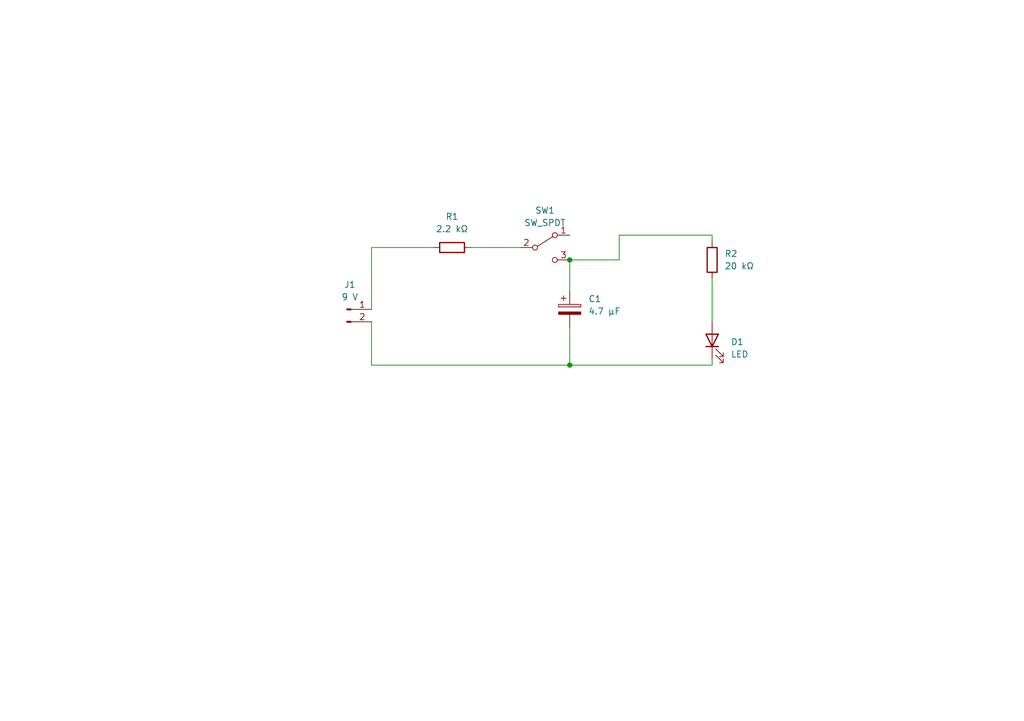
<source format=kicad_sch>
(kicad_sch (version 20211123) (generator eeschema)
  (paper "A5")
  (lib_symbols
    (symbol "Connector:Conn_01x02_Male" (pin_names (offset 1.016) hide)
      (property "Reference" "J" (at 0 2.54 0))
      (property "Value" "Conn_01x02_Male" (at 0 -5.08 0))
      (symbol "Conn_01x02_Male_1_1"
        (polyline (pts (xy 1.27 -2.54) (xy 0.8636 -2.54)) (stroke (width 0.1524)))
        (polyline (pts (xy 1.27 0) (xy 0.8636 0)) (stroke (width 0.1524)))
        (rectangle (start 0.8636 -2.413) (end 0 -2.667) (stroke (width 0.1524)) (fill (type outline)))
        (rectangle (start 0.8636 0.127) (end 0 -0.127) (stroke (width 0.1524)) (fill (type outline)))
        (pin passive line (at 5.08 0 180) (length 3.81) (name "Pin_1") (number "1"))
        (pin passive line (at 5.08 -2.54 180) (length 3.81) (name "Pin_2") (number "2"))
      )
    )
    (symbol "Device:C_Polarized" (pin_numbers hide) (pin_names (offset 0.254))
      (property "Reference" "C" (at 0.635 2.54 0))
      (property "Value" "C_Polarized" (at 0.635 -2.54 0))
      (symbol "C_Polarized_0_1"
        (rectangle (start -2.286 0.508) (end 2.286 1.016))
        (polyline (pts (xy -1.778 2.286) (xy -0.762 2.286)))
        (polyline (pts (xy -1.27 2.794) (xy -1.27 1.778)))
        (rectangle (start 2.286 -0.508) (end -2.286 -1.016) (fill (type outline)))
      )
      (symbol "C_Polarized_1_1"
        (pin passive line (at 0 3.81 270) (length 2.794) (name "~") (number "1"))
        (pin passive line (at 0 -3.81 90) (length 2.794) (name "~") (number "2"))
      )
    )
    (symbol "Device:LED" (pin_numbers hide) (pin_names (offset 1.016) hide)
      (property "Reference" "D" (at 0 2.54 0))
      (property "Value" "LED" (at 0 -2.54 0))
      (symbol "LED_0_1"
        (polyline (pts (xy -1.27 -1.27) (xy -1.27 1.27)) (stroke (width 0.254)))
        (polyline (pts (xy -1.27 0) (xy 1.27 0)))
        (polyline (pts (xy 1.27 -1.27) (xy 1.27 1.27) (xy -1.27 0) (xy 1.27 -1.27)) (stroke (width 0.254)))
        (polyline (pts (xy -3.048 -0.762) (xy -4.572 -2.286) (xy -3.81 -2.286) (xy -4.572 -2.286) (xy -4.572 -1.524)))
        (polyline (pts (xy -1.778 -0.762) (xy -3.302 -2.286) (xy -2.54 -2.286) (xy -3.302 -2.286) (xy -3.302 -1.524)))
      )
      (symbol "LED_1_1"
        (pin passive line (at -3.81 0 0) (length 2.54) (name "K") (number "1"))
        (pin passive line (at 3.81 0 180) (length 2.54) (name "A") (number "2"))
      )
    )
    (symbol "Device:R" (pin_numbers hide) (pin_names (offset 0))
      (property "Reference" "R" (at 2.032 0 90))
      (property "Value" "R" (at 0 0 90))
      (symbol "R_0_1"
        (rectangle (start -1.016 -2.54) (end 1.016 2.54) (stroke (width 0.254)))
      )
      (symbol "R_1_1"
        (pin passive line (at 0 3.81 270) (length 1.27) (name "~") (number "1"))
        (pin passive line (at 0 -3.81 90) (length 1.27) (name "~") (number "2"))
      )
    )
    (symbol "Switch:SW_SPDT" (pin_names (offset 0) hide)
      (property "Reference" "SW" (at 0 4.318 0))
      (property "Value" "SW_SPDT" (at 0 -5.08 0))
      (symbol "SW_SPDT_0_0"
        (circle (center -2.032 0) (radius 0.508))
        (circle (center 2.032 -2.54) (radius 0.508))
      )
      (symbol "SW_SPDT_0_1"
        (polyline (pts (xy -1.524 0.254) (xy 1.651 2.286)))
        (circle (center 2.032 2.54) (radius 0.508))
      )
      (symbol "SW_SPDT_1_1"
        (pin passive line (at 5.08 2.54 180) (length 2.54) (name "A") (number "1"))
        (pin passive line (at -5.08 0 0) (length 2.54) (name "B") (number "2"))
        (pin passive line (at 5.08 -2.54 180) (length 2.54) (name "C") (number "3"))
      )
    )
  )
  (junction (at 116.84 53.34))
  (junction (at 116.84 74.93))
  (wire (pts (xy 76.2 50.8) (xy 88.9 50.8)))
  (wire (pts (xy 146.05 49.53) (xy 146.05 48.26)))
  (wire (pts (xy 116.84 74.93) (xy 146.05 74.93)))
  (wire (pts (xy 96.52 50.8) (xy 106.68 50.8)))
  (wire (pts (xy 127 53.34) (xy 116.84 53.34)))
  (wire (pts (xy 76.2 63.5) (xy 76.2 50.8)))
  (wire (pts (xy 146.05 57.15) (xy 146.05 66.04)))
  (wire (pts (xy 116.84 67.31) (xy 116.84 74.93)))
  (wire (pts (xy 116.84 74.93) (xy 76.2 74.93)))
  (wire (pts (xy 146.05 48.26) (xy 127 48.26)))
  (wire (pts (xy 146.05 73.66) (xy 146.05 74.93)))
  (wire (pts (xy 127 48.26) (xy 127 53.34)))
  (wire (pts (xy 116.84 53.34) (xy 116.84 59.69)))
  (wire (pts (xy 76.2 74.93) (xy 76.2 66.04)))
  (symbol (lib_id "Device:R") (at 92.71 50.8 90) (unit 1)
    (property "Reference" "R1" (at 92.71 44.45 90))
    (property "Value" "2.2 kΩ" (at 92.71 46.99 90))
  )
  (symbol (lib_id "Switch:SW_SPDT") (at 111.76 50.8 0) (unit 1)
    (property "Reference" "SW1" (at 111.76 43.18 0))
    (property "Value" "SW_SPDT" (at 111.76 45.72 0))
  )
  (symbol (lib_id "Device:LED") (at 146.05 69.85 90) (unit 1)
    (property "Reference" "D1" (at 149.86 70.1674 90) (effects (justify right)))
    (property "Value" "LED" (at 149.86 72.7074 90) (effects (justify right)))
  )
  (symbol (lib_id "Device:R") (at 146.05 53.34 0) (unit 1)
    (property "Reference" "R2" (at 148.59 52.0699 0) (effects (justify left)))
    (property "Value" "20 kΩ" (at 148.59 54.6099 0) (effects (justify left)))
  )
  (symbol (lib_id "Connector:Conn_01x02_Male") (at 71.12 63.5 0) (unit 1)
    (property "Reference" "J1" (at 71.755 58.42 0))
    (property "Value" "9 V" (at 71.755 60.96 0))
  )
  (symbol (lib_id "Device:C_Polarized") (at 116.84 63.5 0) (unit 1)
    (property "Reference" "C1" (at 120.65 61.3409 0) (effects (justify left)))
    (property "Value" "4.7 µF" (at 120.65 63.8809 0) (effects (justify left)))
  )
)
</source>
